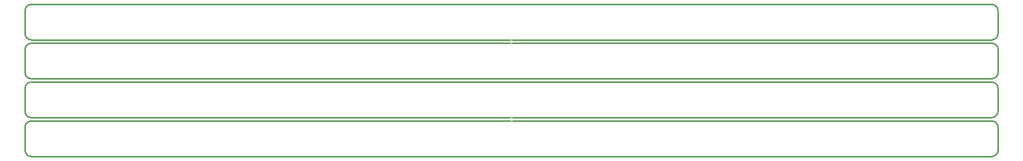
<source format=gbo>
G04 (created by PCBNEW (2013-jul-07)-stable) date Mi 26 Nov 2014 08:47:29 CET*
%MOIN*%
G04 Gerber Fmt 3.4, Leading zero omitted, Abs format*
%FSLAX34Y34*%
G01*
G70*
G90*
G04 APERTURE LIST*
%ADD10C,0.00590551*%
%ADD11C,0.015*%
G04 APERTURE END LIST*
G54D10*
G54D11*
X117322Y-14173D02*
X59251Y-14173D01*
G54D10*
X58858Y-14173D02*
X59251Y-14173D01*
X58858Y-13779D02*
X59251Y-13779D01*
X58858Y-4724D02*
X59251Y-4724D01*
X58858Y-4330D02*
X59251Y-4330D01*
G54D11*
X787Y-9448D02*
G75*
G03X0Y-10236I0J-787D01*
G74*
G01*
X0Y-12992D02*
G75*
G03X787Y-13779I787J0D01*
G74*
G01*
X117322Y-13779D02*
G75*
G03X118110Y-12992I0J787D01*
G74*
G01*
X118110Y-10236D02*
G75*
G03X117322Y-9448I-787J0D01*
G74*
G01*
X118110Y-14960D02*
G75*
G03X117322Y-14173I-787J0D01*
G74*
G01*
X117322Y-18503D02*
G75*
G03X118110Y-17716I0J787D01*
G74*
G01*
X0Y-17716D02*
G75*
G03X787Y-18503I787J0D01*
G74*
G01*
X787Y-14173D02*
G75*
G03X0Y-14960I0J-787D01*
G74*
G01*
X787Y-9448D02*
X117322Y-9448D01*
X118110Y-10236D02*
X118110Y-12992D01*
X118110Y-14960D02*
X118110Y-17716D01*
X59251Y-13779D02*
X117322Y-13779D01*
X117322Y-18503D02*
X787Y-18503D01*
X0Y-17716D02*
X0Y-14960D01*
X0Y-12992D02*
X0Y-10236D01*
X787Y-13779D02*
X58858Y-13779D01*
X58858Y-14173D02*
X787Y-14173D01*
X58858Y-4724D02*
X787Y-4724D01*
X787Y-4330D02*
X58858Y-4330D01*
X0Y-3543D02*
X0Y-787D01*
X0Y-8267D02*
X0Y-5511D01*
X117322Y-9055D02*
X787Y-9055D01*
X117322Y-4724D02*
X59251Y-4724D01*
X59251Y-4330D02*
X117322Y-4330D01*
X118110Y-5511D02*
X118110Y-8267D01*
X118110Y-787D02*
X118110Y-3543D01*
X787Y0D02*
X117322Y0D01*
X787Y-4724D02*
G75*
G03X0Y-5511I0J-787D01*
G74*
G01*
X0Y-8267D02*
G75*
G03X787Y-9055I787J0D01*
G74*
G01*
X117322Y-9055D02*
G75*
G03X118110Y-8267I0J787D01*
G74*
G01*
X118110Y-5511D02*
G75*
G03X117322Y-4724I-787J0D01*
G74*
G01*
X118110Y-787D02*
G75*
G03X117322Y0I-787J0D01*
G74*
G01*
X117322Y-4330D02*
G75*
G03X118110Y-3543I0J787D01*
G74*
G01*
X0Y-3543D02*
G75*
G03X787Y-4330I787J0D01*
G74*
G01*
X787Y0D02*
G75*
G03X0Y-787I0J-787D01*
G74*
G01*
M02*

</source>
